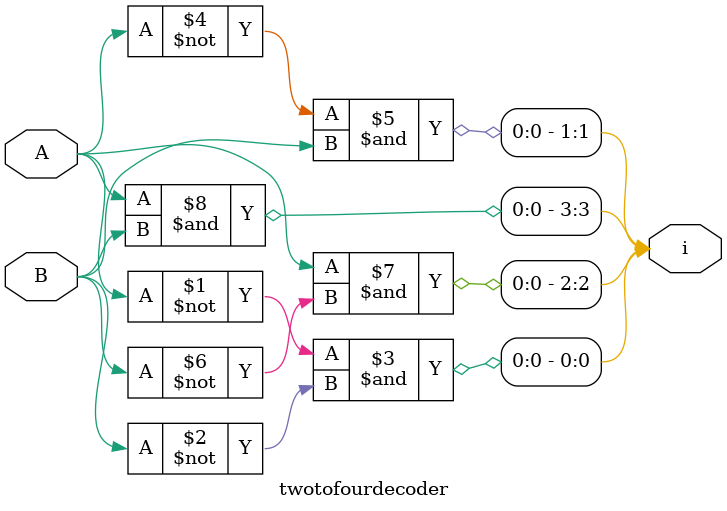
<source format=v>
module twotofourdecoder(
    input wire A,
    input wire B,
    output wire [3:0] i
);

    // Output assignments
    assign i[0] = ~(A) & ~(B);
    assign i[1] = ~(A) & B;
    assign i[2] = A & ~(B);
    assign i[3] = A & B;

endmodule
</source>
